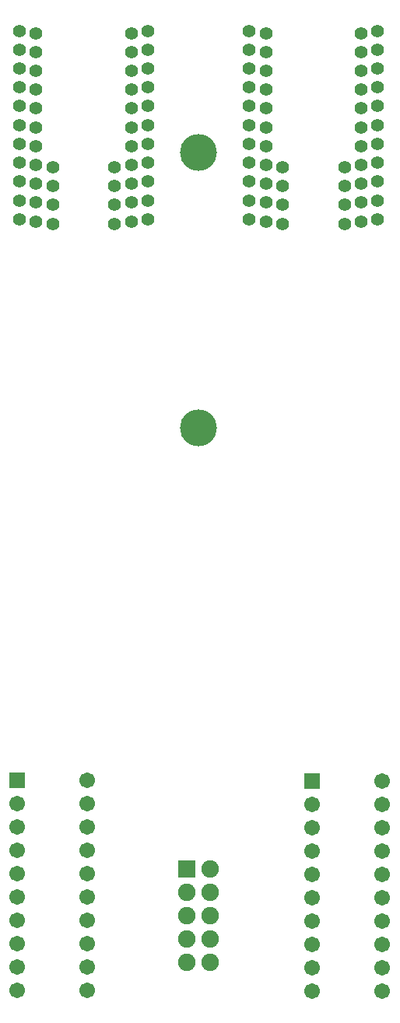
<source format=gts>
G04 Layer_Color=8388736*
%FSLAX44Y44*%
%MOMM*%
G71*
G01*
G75*
%ADD18C,1.4032*%
%ADD19R,1.9032X1.9032*%
%ADD20C,1.9032*%
%ADD21C,1.7032*%
%ADD22R,1.7032X1.7032*%
%ADD23C,4.0032*%
D18*
X299800Y1066000D02*
D03*
X281800Y1063500D02*
D03*
X299800Y1045500D02*
D03*
X281800Y1043000D02*
D03*
Y1022500D02*
D03*
X299800Y1025000D02*
D03*
X281800Y1002000D02*
D03*
X299800Y1004500D02*
D03*
X281800Y981500D02*
D03*
X299800Y984000D02*
D03*
X281800Y961000D02*
D03*
X299800Y963500D02*
D03*
Y943000D02*
D03*
X281800Y940500D02*
D03*
X299800Y922500D02*
D03*
X281800Y920000D02*
D03*
X299800Y902000D02*
D03*
X281800Y899500D02*
D03*
X299800Y881500D02*
D03*
X281800Y879000D02*
D03*
Y858500D02*
D03*
X299800Y861000D02*
D03*
X263800Y917500D02*
D03*
Y856000D02*
D03*
Y876500D02*
D03*
Y897000D02*
D03*
X178200Y1063500D02*
D03*
X160200Y1066000D02*
D03*
Y1045500D02*
D03*
X178200Y1043000D02*
D03*
Y1022500D02*
D03*
X160200Y1025000D02*
D03*
X178200Y1002000D02*
D03*
X160200Y1004500D02*
D03*
X178200Y981500D02*
D03*
X160200Y984000D02*
D03*
X178200Y961000D02*
D03*
X160200Y963500D02*
D03*
X178200Y940500D02*
D03*
X160200Y943000D02*
D03*
Y861000D02*
D03*
X178200Y858500D02*
D03*
X160200Y881500D02*
D03*
X178200Y879000D02*
D03*
X160200Y902000D02*
D03*
X178200Y899500D02*
D03*
X160200Y922500D02*
D03*
X178200Y920000D02*
D03*
X196200Y917500D02*
D03*
Y897000D02*
D03*
Y876500D02*
D03*
Y856000D02*
D03*
X-89800Y861000D02*
D03*
Y881500D02*
D03*
Y902000D02*
D03*
Y943000D02*
D03*
X-53800Y856000D02*
D03*
X-71800Y858500D02*
D03*
Y899500D02*
D03*
X-89800Y922500D02*
D03*
X-71800Y879000D02*
D03*
Y940500D02*
D03*
Y920000D02*
D03*
X-89800Y1004500D02*
D03*
Y1025000D02*
D03*
Y963500D02*
D03*
Y984000D02*
D03*
Y1045500D02*
D03*
X-71800Y1002000D02*
D03*
Y1022500D02*
D03*
Y961000D02*
D03*
Y981500D02*
D03*
X-89800Y1066000D02*
D03*
X-71800Y1043000D02*
D03*
Y1063500D02*
D03*
X-53800Y876500D02*
D03*
X13800Y856000D02*
D03*
Y876500D02*
D03*
X-53800Y897000D02*
D03*
Y917500D02*
D03*
X13800Y897000D02*
D03*
Y917500D02*
D03*
X31800Y899500D02*
D03*
Y858500D02*
D03*
X49800Y861000D02*
D03*
X31800Y879000D02*
D03*
X49800Y881500D02*
D03*
Y902000D02*
D03*
X31800Y961000D02*
D03*
Y981500D02*
D03*
Y920000D02*
D03*
Y940500D02*
D03*
Y1063500D02*
D03*
Y1002000D02*
D03*
Y1043000D02*
D03*
Y1022500D02*
D03*
X49800Y963500D02*
D03*
Y984000D02*
D03*
Y922500D02*
D03*
Y943000D02*
D03*
Y1004500D02*
D03*
Y1025000D02*
D03*
Y1045500D02*
D03*
Y1066000D02*
D03*
D19*
X92100Y154100D02*
D03*
D20*
X117500D02*
D03*
X92100Y128700D02*
D03*
X117500D02*
D03*
X92100Y103300D02*
D03*
X117500D02*
D03*
X92100Y77900D02*
D03*
X117500D02*
D03*
X92100Y52500D02*
D03*
X117500D02*
D03*
D21*
X305000Y21200D02*
D03*
Y46600D02*
D03*
X228800D02*
D03*
Y21200D02*
D03*
Y72000D02*
D03*
Y97400D02*
D03*
Y122800D02*
D03*
Y148200D02*
D03*
Y173600D02*
D03*
Y199000D02*
D03*
Y224400D02*
D03*
X305000Y249800D02*
D03*
Y224400D02*
D03*
Y199000D02*
D03*
Y173600D02*
D03*
Y148200D02*
D03*
Y122800D02*
D03*
Y97400D02*
D03*
Y72000D02*
D03*
X-16000Y21600D02*
D03*
Y47000D02*
D03*
X-92200D02*
D03*
Y21600D02*
D03*
Y72400D02*
D03*
Y97800D02*
D03*
Y123200D02*
D03*
Y148600D02*
D03*
Y174000D02*
D03*
Y199400D02*
D03*
Y224800D02*
D03*
X-16000Y250200D02*
D03*
Y224800D02*
D03*
Y199400D02*
D03*
Y174000D02*
D03*
Y148600D02*
D03*
Y123200D02*
D03*
Y97800D02*
D03*
Y72400D02*
D03*
D22*
X228800Y249800D02*
D03*
X-92200Y250200D02*
D03*
D23*
X105000Y934000D02*
D03*
Y634000D02*
D03*
M02*

</source>
